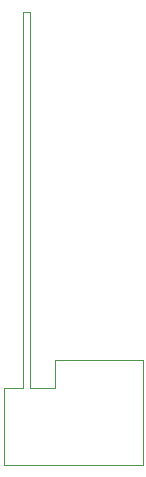
<source format=gbr>
G04 #@! TF.GenerationSoftware,KiCad,Pcbnew,8.0.1*
G04 #@! TF.CreationDate,2025-03-13T17:04:02+00:00*
G04 #@! TF.ProjectId,receiver6,72656365-6976-4657-9236-2e6b69636164,rev?*
G04 #@! TF.SameCoordinates,Original*
G04 #@! TF.FileFunction,Profile,NP*
%FSLAX46Y46*%
G04 Gerber Fmt 4.6, Leading zero omitted, Abs format (unit mm)*
G04 Created by KiCad (PCBNEW 8.0.1) date 2025-03-13 17:04:02*
%MOMM*%
%LPD*%
G01*
G04 APERTURE LIST*
G04 #@! TA.AperFunction,Profile*
%ADD10C,0.050000*%
G04 #@! TD*
G04 APERTURE END LIST*
D10*
X150800000Y-88440000D02*
X150800000Y-56550000D01*
X149200000Y-88440000D02*
X150800000Y-88440000D01*
X153530000Y-86050000D02*
X160950000Y-86050000D01*
X151440000Y-88440000D02*
X153530000Y-88440000D01*
X149200000Y-94950000D02*
X160950000Y-94950000D01*
X150800000Y-56550000D02*
X151440000Y-56550000D01*
X160950000Y-86050000D02*
X160950000Y-94950000D01*
X153530000Y-88440000D02*
X153530000Y-86050000D01*
X151440000Y-56550000D02*
X151440000Y-88440000D01*
X149200000Y-94950000D02*
X149200000Y-88440000D01*
M02*

</source>
